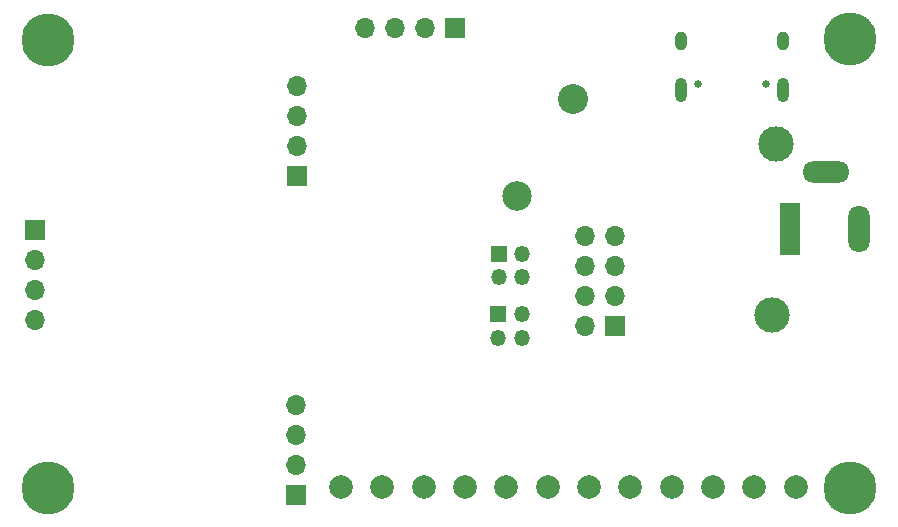
<source format=gbs>
G04 #@! TF.GenerationSoftware,KiCad,Pcbnew,8.0.5*
G04 #@! TF.CreationDate,2024-10-05T22:06:57-05:00*
G04 #@! TF.ProjectId,spudglo_driver_v8p0,73707564-676c-46f5-9f64-72697665725f,rev?*
G04 #@! TF.SameCoordinates,Original*
G04 #@! TF.FileFunction,Soldermask,Bot*
G04 #@! TF.FilePolarity,Negative*
%FSLAX46Y46*%
G04 Gerber Fmt 4.6, Leading zero omitted, Abs format (unit mm)*
G04 Created by KiCad (PCBNEW 8.0.5) date 2024-10-05 22:06:57*
%MOMM*%
%LPD*%
G01*
G04 APERTURE LIST*
%ADD10R,1.700000X1.700000*%
%ADD11O,1.700000X1.700000*%
%ADD12R,1.350000X1.350000*%
%ADD13O,1.350000X1.350000*%
%ADD14C,4.500000*%
%ADD15C,2.500000*%
%ADD16C,2.540000*%
%ADD17C,3.000000*%
%ADD18R,1.800000X4.400000*%
%ADD19O,1.800000X4.000000*%
%ADD20O,4.000000X1.800000*%
%ADD21C,0.650000*%
%ADD22O,1.000000X2.100000*%
%ADD23O,1.000000X1.600000*%
%ADD24C,2.000000*%
G04 APERTURE END LIST*
D10*
X92685005Y-148547503D03*
D11*
X92685005Y-146007503D03*
X92685005Y-143467503D03*
X92685005Y-140927503D03*
D12*
X109740000Y-160220000D03*
D13*
X111740000Y-160220000D03*
X109740000Y-162220000D03*
X111740000Y-162220000D03*
D14*
X139540000Y-174930000D03*
D10*
X106107503Y-135964996D03*
D11*
X103567503Y-135964996D03*
X101027503Y-135964996D03*
X98487503Y-135964996D03*
D12*
X109770000Y-155090000D03*
D13*
X111770000Y-155090000D03*
X109770000Y-157090000D03*
X111770000Y-157090000D03*
D10*
X119615000Y-161205000D03*
D11*
X117075000Y-161205000D03*
X119615000Y-158665000D03*
X117075000Y-158665000D03*
X119615000Y-156125000D03*
X117075000Y-156125000D03*
X119615000Y-153585000D03*
X117075000Y-153585000D03*
D15*
X111294999Y-150223223D03*
D16*
X116060000Y-141970000D03*
D14*
X139540000Y-136950000D03*
D17*
X132960000Y-160260000D03*
D18*
X134480000Y-152980000D03*
D19*
X140280000Y-152980000D03*
D20*
X137480000Y-148180000D03*
D21*
X132410000Y-140740000D03*
X126630000Y-140740000D03*
D22*
X133840000Y-141270001D03*
D23*
X133840000Y-137090000D03*
D22*
X125200000Y-141270001D03*
D23*
X125200000Y-137090000D03*
D10*
X70529997Y-153109997D03*
D11*
X70529997Y-155649997D03*
X70529997Y-158189997D03*
X70529997Y-160729997D03*
D10*
X92660003Y-175530003D03*
D11*
X92660003Y-172990003D03*
X92660003Y-170450003D03*
X92660003Y-167910003D03*
D14*
X71630000Y-174900000D03*
D24*
X134930000Y-174830000D03*
X131430000Y-174830000D03*
X127930000Y-174830000D03*
X124430000Y-174830000D03*
X120930000Y-174830000D03*
X117430000Y-174830000D03*
X113930000Y-174830000D03*
X110430000Y-174830000D03*
X106930000Y-174830000D03*
X103430000Y-174830000D03*
X99930000Y-174830000D03*
X96430000Y-174830000D03*
D14*
X71620000Y-136980000D03*
D17*
X133220000Y-145790000D03*
M02*

</source>
